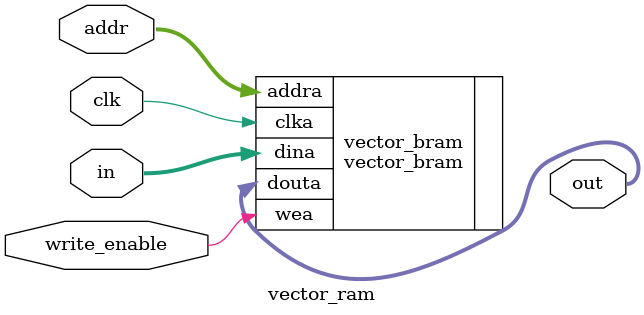
<source format=v>
`timescale 1ns / 1ps
module vector_ram(
    input clk,
    input write_enable,
    input [1023:0] in,
    // addressing for images. Each image has 8 addresses (0-7), each accessing 128 bytes
    // for 10 images * 8 cells per image, we need ceil(log2(80))=7 bits
    input  [6:0] addr, 
	output [1024-1:0] out // 128 bytes. Each image is split into 8 of these
    );

    // vector_ram stores images of size 28*28 as vector of length 784.
    // Vectors are padded with a trailing 1, for the lenght of 785
    // Vectors are padded with zeros, resulting in the length of 1024
    // 10 images are stored in the COE file, each 1024 bytes long
    //
    // vector_ram loads 128 bytes of each image, and presents it to the output
    // Each image is therefore indexed with 3 bits, with values from 0 to 8
    //
    // IMPORTANT: you should ignore the vector padding, and treat the image as 
    // 785 bytes long. The padding is there just to ensure that the next
    // image is easily loaded from the start

    vector_bram vector_bram (
        .clka(clk), // input clka
        .wea(write_enable), // input [0 : 0] wea
        .addra(addr), // input [6 : 0] addra
        .dina(in), // input [1023 : 0] dina
        .douta(out) // output [1023 : 0] douta
    );

endmodule

</source>
